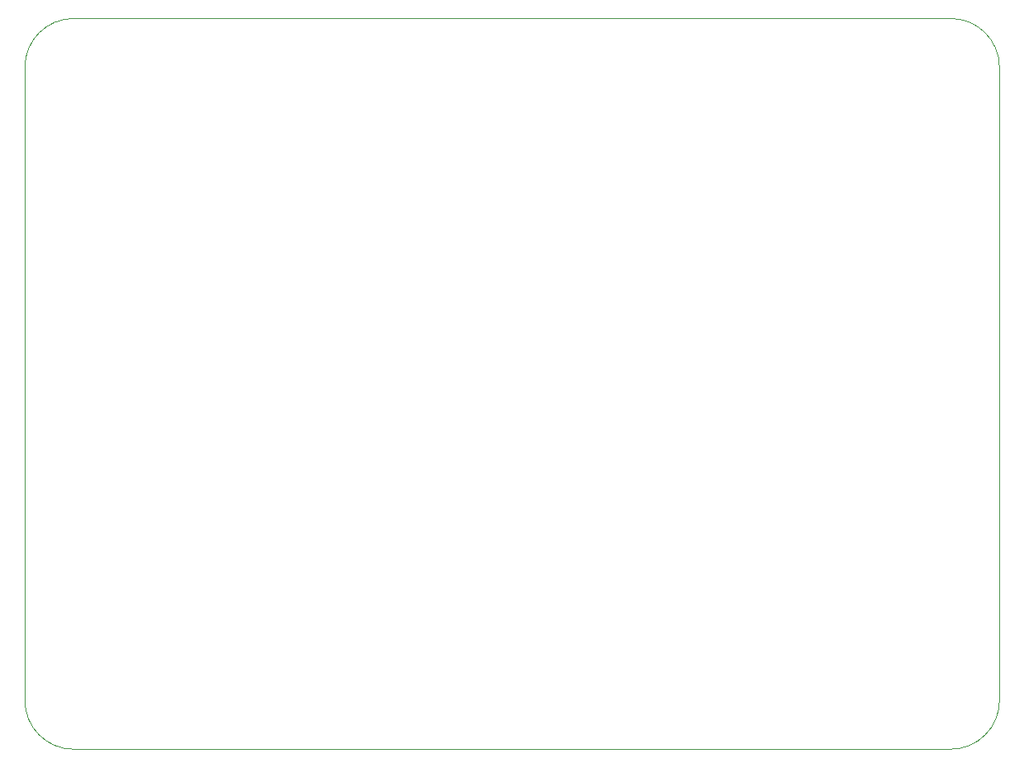
<source format=gbr>
%TF.GenerationSoftware,KiCad,Pcbnew,6.0.7*%
%TF.CreationDate,2022-08-19T00:32:29-07:00*%
%TF.ProjectId,thermometer-digital-min_max-pcb,74686572-6d6f-46d6-9574-65722d646967,rev?*%
%TF.SameCoordinates,Original*%
%TF.FileFunction,Profile,NP*%
%FSLAX46Y46*%
G04 Gerber Fmt 4.6, Leading zero omitted, Abs format (unit mm)*
G04 Created by KiCad (PCBNEW 6.0.7) date 2022-08-19 00:32:29*
%MOMM*%
%LPD*%
G01*
G04 APERTURE LIST*
%TA.AperFunction,Profile*%
%ADD10C,0.100000*%
%TD*%
G04 APERTURE END LIST*
D10*
X102000000Y-110000000D02*
G75*
G03*
X107000000Y-115000000I5000000J0D01*
G01*
X202000000Y-45000000D02*
G75*
G03*
X197000000Y-40000000I-5000000J0D01*
G01*
X202000000Y-45000000D02*
X202000000Y-110000000D01*
X197000000Y-115000000D02*
G75*
G03*
X202000000Y-110000000I0J5000000D01*
G01*
X102000000Y-110000000D02*
X102000000Y-45000000D01*
X107000000Y-40000000D02*
G75*
G03*
X102000000Y-45000000I0J-5000000D01*
G01*
X197000000Y-115000000D02*
X107000000Y-115000000D01*
X107000000Y-40000000D02*
X197000000Y-40000000D01*
M02*

</source>
